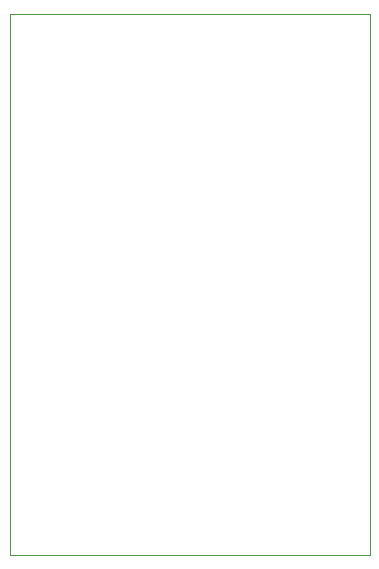
<source format=gbr>
%TF.GenerationSoftware,KiCad,Pcbnew,8.0.7*%
%TF.CreationDate,2025-03-15T22:57:34-07:00*%
%TF.ProjectId,Buck5,4275636b-352e-46b6-9963-61645f706362,rev?*%
%TF.SameCoordinates,Original*%
%TF.FileFunction,Profile,NP*%
%FSLAX46Y46*%
G04 Gerber Fmt 4.6, Leading zero omitted, Abs format (unit mm)*
G04 Created by KiCad (PCBNEW 8.0.7) date 2025-03-15 22:57:34*
%MOMM*%
%LPD*%
G01*
G04 APERTURE LIST*
%TA.AperFunction,Profile*%
%ADD10C,0.100000*%
%TD*%
G04 APERTURE END LIST*
D10*
X96520000Y-69850000D02*
X127000000Y-69850000D01*
X127000000Y-115650000D01*
X96520000Y-115650000D01*
X96520000Y-69850000D01*
M02*

</source>
